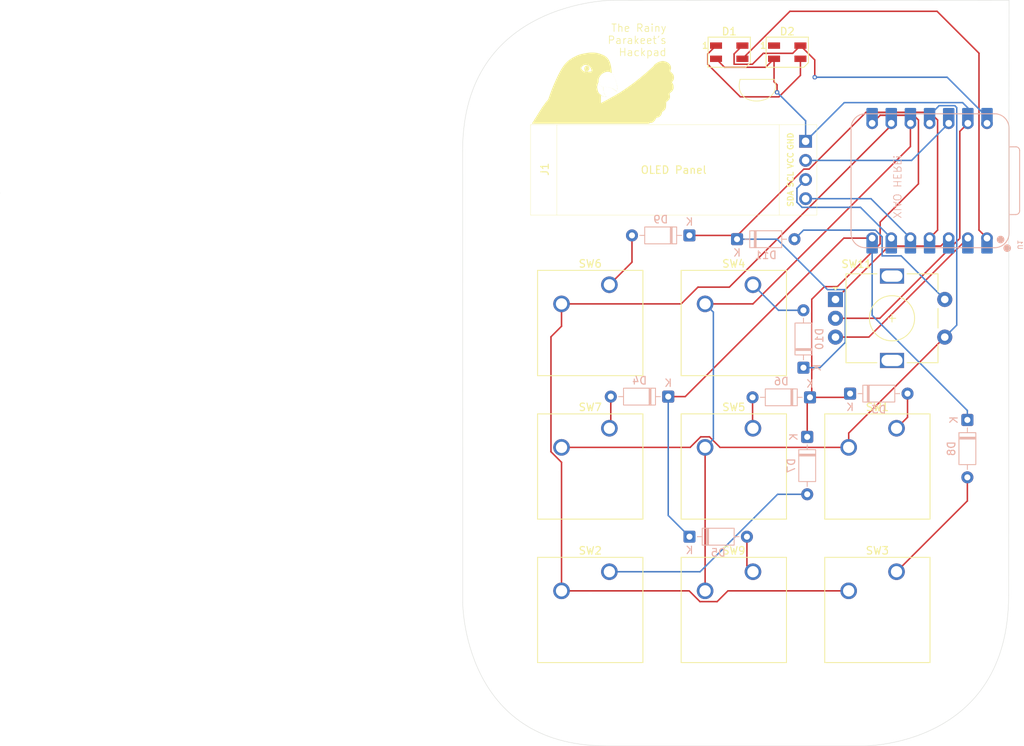
<source format=kicad_pcb>
(kicad_pcb (version 20241229) (generator "pcbnew") (generator_version "9.0")
  (layers (0 "F.Cu" signal) (2 "B.Cu" signal) (13 "F.Paste" user) (15 "B.Paste" user) (5 "F.SilkS" user "F.Silkscreen") (7 "B.SilkS" user "B.Silkscreen") (1 "F.Mask" user) (3 "B.Mask" user) (25 "Edge.Cuts" user))
  (net 0 "")
  (net 1 "Net-(D1-DOUT)")
  (net 2 "GND")
  (net 3 "Net-(D1-DIN)")
  (net 4 "+5V")
  (net 6 "Net-(D4-A)")
  (net 7 "R1")
  (net 8 "R2")
  (net 9 "Net-(D6-A)")
  (net 10 "Net-(D7-A)")
  (net 11 "Net-(D8-A)")
  (net 12 "R3")
  (net 13 "B1A")
  (net 14 "Net-(D10-A)")
  (net 15 "+3V3")
  (net 16 "B1B")
  (net 17 "C2")
  (net 18 "Net-(U1-GPIO27{slash}ADC1{slash}A1)")
  (net 19 "Net-(U1-GPIO28{slash}ADC2{slash}A2)")
  (net 20 "Net-(J1-Pin_3)")
  (net 21 "Net-(J1-Pin_4)")
  (net 22 "Net-(D3-A)")
  (net 23 "Net-(D5-A)")
  (net 24 "C3")
  (net 25 "Net-(D9-A)")
  (footprint "LOGO" (layer "F.Cu") (at 178.050823 71.569129)
    (property "Reference" "G***" (hide yes))
    (property "Value" "LOGO" (hide yes))
  )
  (footprint "Button_Switch_Keyboard:SW_Cherry_MX_1.00u_PCB" (layer "F.Cu") (at 178.7525 111.60125)
    (property "Reference" "SW7" (at -2.54 -2.794 0) (layer "F.SilkS"))
    (property "Value" "SW_Push")
    (pad "" np_thru_hole circle (at -7.62 5.08) (size 1.7 1.7) (drill 1.7) (layers "*.Cu" "*.Mask"))
    (pad "" np_thru_hole circle (at -2.54 5.08) (size 4 4) (drill 4) (layers "*.Cu" "*.Mask"))
    (pad "" np_thru_hole circle (at 2.54 5.08) (size 1.7 1.7) (drill 1.7) (layers "*.Cu" "*.Mask"))
    (pad "1" thru_hole circle (at 0 0) (size 2.2 2.2) (drill 1.5) (layers "*.Cu" "*.Mask") (net 6 "Net-(D4-A)"))
    (pad "2" thru_hole circle (at -6.35 2.54) (size 2.2 2.2) (drill 1.5) (layers "*.Cu" "*.Mask") (net 16 "B1B"))
  )
  (footprint "Button_Switch_Keyboard:SW_Cherry_MX_1.00u_PCB" (layer "F.Cu") (at 197.8 111.6)
    (property "Reference" "SW5" (at -2.54 -2.794 0) (layer "F.SilkS"))
    (property "Value" "SW_Push")
    (pad "" np_thru_hole circle (at -7.62 5.08) (size 1.7 1.7) (drill 1.7) (layers "*.Cu" "*.Mask"))
    (pad "" np_thru_hole circle (at -2.54 5.08) (size 4 4) (drill 4) (layers "*.Cu" "*.Mask"))
    (pad "" np_thru_hole circle (at 2.54 5.08) (size 1.7 1.7) (drill 1.7) (layers "*.Cu" "*.Mask"))
    (pad "1" thru_hole circle (at 0 0) (size 2.2 2.2) (drill 1.5) (layers "*.Cu" "*.Mask") (net 9 "Net-(D6-A)"))
    (pad "2" thru_hole circle (at -6.35 2.54) (size 2.2 2.2) (drill 1.5) (layers "*.Cu" "*.Mask") (net 17 "C2"))
  )
  (footprint "Button_Switch_Keyboard:SW_Cherry_MX_1.00u_PCB" (layer "F.Cu") (at 216.8525 111.60125)
    (property "Reference" "SW1" (at -2.54 -2.794 0) (layer "F.SilkS"))
    (property "Value" "SW_Push")
    (pad "" np_thru_hole circle (at -7.62 5.08) (size 1.7 1.7) (drill 1.7) (layers "*.Cu" "*.Mask"))
    (pad "" np_thru_hole circle (at -2.54 5.08) (size 4 4) (drill 4) (layers "*.Cu" "*.Mask"))
    (pad "" np_thru_hole circle (at 2.54 5.08) (size 1.7 1.7) (drill 1.7) (layers "*.Cu" "*.Mask"))
    (pad "1" thru_hole circle (at 0 0) (size 2.2 2.2) (drill 1.5) (layers "*.Cu" "*.Mask") (net 22 "Net-(D3-A)"))
    (pad "2" thru_hole circle (at -6.35 2.54) (size 2.2 2.2) (drill 1.5) (layers "*.Cu" "*.Mask") (net 16 "B1B"))
  )
  (footprint "LED_SMD:LED_SK6812MINI_PLCC4_3.5x3.5mm_P1.75mm" (layer "F.Cu") (at 194.65 61.675)
    (property "Reference" "D1" (at 0 -2.75 0) (layer "F.SilkS"))
    (property "Value" "SK6812MINI")
    (fp_text user "1" (at -3.2 -0.875 0) (layer "F.SilkS") (effects (font (size 0.8 0.8))))
    (pad "1" smd rect (at -1.75 -0.875) (size 1.6 0.85) (layers "F.Cu" "F.Mask" "F.Paste") (net 1 "Net-(D1-DOUT)"))
    (pad "2" smd rect (at -1.75 0.875) (size 1.6 0.85) (layers "F.Cu" "F.Mask" "F.Paste") (net 2 "GND"))
    (pad "3" smd rect (at 1.75 0.875) (size 1.6 0.85) (layers "F.Cu" "F.Mask" "F.Paste") (net 3 "Net-(D1-DIN)"))
    (pad "4" smd rect (at 1.75 -0.875) (size 1.6 0.85) (layers "F.Cu" "F.Mask" "F.Paste") (net 4 "+5V"))
  )
  (footprint "Button_Switch_Keyboard:SW_Cherry_MX_1.00u_PCB" (layer "F.Cu") (at 216.85 130.65)
    (property "Reference" "SW3" (at -2.54 -2.794 0) (layer "F.SilkS"))
    (property "Value" "SW_Push")
    (pad "" np_thru_hole circle (at -7.62 5.08) (size 1.7 1.7) (drill 1.7) (layers "*.Cu" "*.Mask"))
    (pad "" np_thru_hole circle (at -2.54 5.08) (size 4 4) (drill 4) (layers "*.Cu" "*.Mask"))
    (pad "" np_thru_hole circle (at 2.54 5.08) (size 1.7 1.7) (drill 1.7) (layers "*.Cu" "*.Mask"))
    (pad "1" thru_hole circle (at 0 0) (size 2.2 2.2) (drill 1.5) (layers "*.Cu" "*.Mask") (net 11 "Net-(D8-A)"))
    (pad "2" thru_hole circle (at -6.35 2.54) (size 2.2 2.2) (drill 1.5) (layers "*.Cu" "*.Mask") (net 24 "C3"))
  )
  (footprint "Button_Switch_Keyboard:SW_Cherry_MX_1.00u_PCB" (layer "F.Cu") (at 178.7525 130.65125)
    (property "Reference" "SW2" (at -2.54 -2.794 0) (layer "F.SilkS"))
    (property "Value" "SW_Push")
    (pad "" np_thru_hole circle (at -7.62 5.08) (size 1.7 1.7) (drill 1.7) (layers "*.Cu" "*.Mask"))
    (pad "" np_thru_hole circle (at -2.54 5.08) (size 4 4) (drill 4) (layers "*.Cu" "*.Mask"))
    (pad "" np_thru_hole circle (at 2.54 5.08) (size 1.7 1.7) (drill 1.7) (layers "*.Cu" "*.Mask"))
    (pad "1" thru_hole circle (at 0 0) (size 2.2 2.2) (drill 1.5) (layers "*.Cu" "*.Mask") (net 10 "Net-(D7-A)"))
    (pad "2" thru_hole circle (at -6.35 2.54) (size 2.2 2.2) (drill 1.5) (layers "*.Cu" "*.Mask") (net 24 "C3"))
  )
  (footprint "Button_Switch_Keyboard:SW_Cherry_MX_1.00u_PCB" (layer "F.Cu") (at 197.8025 130.65125)
    (property "Reference" "SW9" (at -2.54 -2.794 0) (layer "F.SilkS"))
    (property "Value" "SW_Push")
    (pad "" np_thru_hole circle (at -7.62 5.08) (size 1.7 1.7) (drill 1.7) (layers "*.Cu" "*.Mask"))
    (pad "" np_thru_hole circle (at -2.54 5.08) (size 4 4) (drill 4) (layers "*.Cu" "*.Mask"))
    (pad "" np_thru_hole circle (at 2.54 5.08) (size 1.7 1.7) (drill 1.7) (layers "*.Cu" "*.Mask"))
    (pad "1" thru_hole circle (at 0 0) (size 2.2 2.2) (drill 1.5) (layers "*.Cu" "*.Mask") (net 23 "Net-(D5-A)"))
    (pad "2" thru_hole circle (at -6.35 2.54) (size 2.2 2.2) (drill 1.5) (layers "*.Cu" "*.Mask") (net 17 "C2"))
  )
  (footprint "Rotary_Encoder:RotaryEncoder_Alps_EC11E-Switch_Vertical_H20mm" (layer "F.Cu") (at 208.75 94.5)
    (property "Reference" "SW11" (at 2.8 -4.7 0) (layer "F.SilkS"))
    (property "Value" "RotaryEncoder_Switch")
    (pad "A" thru_hole rect (at 0 0) (size 2 2) (drill 1) (layers "*.Cu" "*.Mask") (net 19 "Net-(U1-GPIO28{slash}ADC2{slash}A2)"))
    (pad "B" thru_hole circle (at 0 5) (size 2 2) (drill 1) (layers "*.Cu" "*.Mask") (net 18 "Net-(U1-GPIO27{slash}ADC1{slash}A1)"))
    (pad "C" thru_hole circle (at 0 2.5) (size 2 2) (drill 1) (layers "*.Cu" "*.Mask") (net 2 "GND"))
    (pad "MP" thru_hole rect (at 7.5 -3.1) (size 3.2 2) (drill oval 2.8 1.5) (layers "*.Cu" "*.Mask"))
    (pad "MP" thru_hole rect (at 7.5 8.1) (size 3.2 2) (drill oval 2.8 1.5) (layers "*.Cu" "*.Mask"))
    (pad "S1" thru_hole circle (at 14.5 5) (size 2 2) (drill 1) (layers "*.Cu" "*.Mask") (net 16 "B1B"))
    (pad "S2" thru_hole circle (at 14.5 0) (size 2 2) (drill 1) (layers "*.Cu" "*.Mask") (net 13 "B1A"))
  )
  (footprint "Display:SSD1306-0.91-OLED-4pin-128x32" (layer "F.Cu") (at 168.2875 71.31125)
    (property "Reference" "J1" (at 1.9 5.91 90) (layer "F.SilkS"))
    (property "Value" "Conn_01x04" (hide yes))
    (fp_text user "SCL" (at 34.5 7.27 270) (layer "F.SilkS") (effects (font (size 0.75 0.75))))
    (fp_text user "GND" (at 34.5 2.19 270) (layer "F.SilkS") (effects (font (size 0.75 0.75))))
    (fp_text user "VCC" (at 34.5 4.73 270) (layer "F.SilkS") (effects (font (size 0.75 0.75))))
    (fp_text user "OLED Panel" (at 19 6 0) (layer "F.SilkS"))
    (fp_text user "SDA" (at 34.5 9.81 270) (layer "F.SilkS") (effects (font (size 0.75 0.75))))
    (pad "1" thru_hole rect (at 36.5 2.19) (size 1.7 1.7) (drill 1) (layers "*.Cu" "*.Mask") (net 2 "GND"))
    (pad "2" thru_hole oval (at 36.5 4.73) (size 1.7 1.7) (drill 1) (layers "*.Cu" "*.Mask") (net 15 "+3V3"))
    (pad "3" thru_hole oval (at 36.5 7.27) (size 1.7 1.7) (drill 1) (layers "*.Cu" "*.Mask") (net 20 "Net-(J1-Pin_3)"))
    (pad "4" thru_hole oval (at 36.5 9.81) (size 1.7 1.7) (drill 1) (layers "*.Cu" "*.Mask") (net 21 "Net-(J1-Pin_4)"))
  )
  (footprint "Button_Switch_Keyboard:SW_Cherry_MX_1.00u_PCB" (layer "F.Cu") (at 178.7525 92.55125)
    (property "Reference" "SW6" (at -2.54 -2.794 0) (layer "F.SilkS"))
    (property "Value" "SW_Push")
    (pad "" np_thru_hole circle (at -7.62 5.08) (size 1.7 1.7) (drill 1.7) (layers "*.Cu" "*.Mask"))
    (pad "" np_thru_hole circle (at -2.54 5.08) (size 4 4) (drill 4) (layers "*.Cu" "*.Mask"))
    (pad "" np_thru_hole circle (at 2.54 5.08) (size 1.7 1.7) (drill 1.7) (layers "*.Cu" "*.Mask"))
    (pad "1" thru_hole circle (at 0 0) (size 2.2 2.2) (drill 1.5) (layers "*.Cu" "*.Mask") (net 25 "Net-(D9-A)"))
    (pad "2" thru_hole circle (at -6.35 2.54) (size 2.2 2.2) (drill 1.5) (layers "*.Cu" "*.Mask") (net 24 "C3"))
  )
  (footprint "Button_Switch_Keyboard:SW_Cherry_MX_1.00u_PCB" (layer "F.Cu") (at 197.8 92.55)
    (property "Reference" "SW4" (at -2.54 -2.794 0) (layer "F.SilkS"))
    (property "Value" "SW_Push")
    (pad "" np_thru_hole circle (at -7.62 5.08) (size 1.7 1.7) (drill 1.7) (layers "*.Cu" "*.Mask"))
    (pad "" np_thru_hole circle (at -2.54 5.08) (size 4 4) (drill 4) (layers "*.Cu" "*.Mask"))
    (pad "" np_thru_hole circle (at 2.54 5.08) (size 1.7 1.7) (drill 1.7) (layers "*.Cu" "*.Mask"))
    (pad "1" thru_hole circle (at 0 0) (size 2.2 2.2) (drill 1.5) (layers "*.Cu" "*.Mask") (net 14 "Net-(D10-A)"))
    (pad "2" thru_hole circle (at -6.35 2.54) (size 2.2 2.2) (drill 1.5) (layers "*.Cu" "*.Mask") (net 17 "C2"))
  )
  (footprint "LED_SMD:LED_SK6812MINI_PLCC4_3.5x3.5mm_P1.75mm" (layer "F.Cu") (at 202.35 61.675)
    (property "Reference" "D2" (at 0 -2.75 0) (layer "F.SilkS"))
    (property "Value" "SK6812MINI")
    (fp_text user "1" (at -3.2 -0.875 0) (layer "F.SilkS") (effects (font (size 0.8 0.8))))
    (pad "1" smd rect (at -1.75 -0.875) (size 1.6 0.85) (layers "F.Cu" "F.Mask" "F.Paste"))
    (pad "2" smd rect (at -1.75 0.875) (size 1.6 0.85) (layers "F.Cu" "F.Mask" "F.Paste") (net 2 "GND"))
    (pad "3" smd rect (at 1.75 0.875) (size 1.6 0.85) (layers "F.Cu" "F.Mask" "F.Paste") (net 1 "Net-(D1-DOUT)"))
    (pad "4" smd rect (at 1.75 -0.875) (size 1.6 0.85) (layers "F.Cu" "F.Mask" "F.Paste") (net 4 "+5V"))
  )
  (footprint "Diode_THT:D_DO-35_SOD27_P7.62mm_Horizontal" (layer "B.Cu") (at 226.25 110.5 -90)
    (property "Reference" "D8" (at 3.81 2.12 90) (layer "B.SilkS") (effects (justify mirror)))
    (property "Value" "1N4148")
    (fp_text user "K" (at 0 1.8 90) (layer "B.SilkS") (effects (justify mirror)))
    (pad "1" thru_hole roundrect (at 0 0 270) (size 1.6 1.6) (drill 0.8) (layers "*.Cu" "*.Mask") (roundrect_rratio 0.15625) (net 8 "R2"))
    (pad "2" thru_hole circle (at 7.62 0 270) (size 1.6 1.6) (drill 0.8) (layers "*.Cu" "*.Mask") (net 11 "Net-(D8-A)"))
  )
  (footprint "Module:XIAO-RP2040-DIP" (layer "B.Cu") (at 221.234 78.74 90)
    (property "Reference" "U1" (at -8.5 12 270) (layer "B.SilkS") (effects (font (size 0.635 0.635) (thickness 0.1016)) (justify mirror)))
    (property "Value" "XIAO-RP2040-DIP")
    (pad "1" smd roundrect (at -8.455 7.62 270) (size 2.432 1.524) (layers "B.Cu" "B.Mask") (roundrect_rratio 0.1) (net 3 "Net-(D1-DIN)"))
    (pad "1" thru_hole circle (at -7.62 7.62 270) (size 1.524 1.524) (drill 0.889) (layers "*.Cu" "*.Mask") (net 3 "Net-(D1-DIN)"))
    (pad "2" smd roundrect (at -8.455 5.08 270) (size 2.432 1.524) (layers "B.Cu" "B.Mask") (roundrect_rratio 0.1) (net 18 "Net-(U1-GPIO27{slash}ADC1{slash}A1)"))
    (pad "2" thru_hole circle (at -7.62 5.08 270) (size 1.524 1.524) (drill 0.889) (layers "*.Cu" "*.Mask") (net 18 "Net-(U1-GPIO27{slash}ADC1{slash}A1)"))
    (pad "3" smd roundrect (at -8.455 2.54 270) (size 2.432 1.524) (layers "B.Cu" "B.Mask") (roundrect_rratio 0.1) (net 19 "Net-(U1-GPIO28{slash}ADC2{slash}A2)"))
    (pad "3" thru_hole circle (at -7.62 2.54 270) (size 1.524 1.524) (drill 0.889) (layers "*.Cu" "*.Mask") (net 19 "Net-(U1-GPIO28{slash}ADC2{slash}A2)"))
    (pad "4" smd roundrect (at -8.455 0 270) (size 2.432 1.524) (layers "B.Cu" "B.Mask") (roundrect_rratio 0.1) (net 12 "R3"))
    (pad "4" thru_hole circle (at -7.62 0 270) (size 1.524 1.524) (drill 0.889) (layers "*.Cu" "*.Mask") (net 12 "R3"))
    (pad "5" smd roundrect (at -8.455 -2.54 270) (size 2.432 1.524) (layers "B.Cu" "B.Mask") (roundrect_rratio 0.1) (net 21 "Net-(J1-Pin_4)"))
    (pad "5" thru_hole circle (at -7.62 -2.54 270) (size 1.524 1.524) (drill 0.889) (layers "*.Cu" "*.Mask") (net 21 "Net-(J1-Pin_4)"))
    (pad "6" smd roundrect (at -8.455 -5.08 270) (size 2.432 1.524) (layers "B.Cu" "B.Mask") (roundrect_rratio 0.1) (net 20 "Net-(J1-Pin_3)"))
    (pad "6" thru_hole circle (at -7.62 -5.08 270) (size 1.524 1.524) (drill 0.889) (layers "*.Cu" "*.Mask") (net 20 "Net-(J1-Pin_3)"))
    (pad "7" smd roundrect (at -8.455 -7.62 270) (size 2.432 1.524) (layers "B.Cu" "B.Mask") (roundrect_rratio 0.1) (net 8 "R2"))
    (pad "7" thru_hole circle (at -7.62 -7.62 270) (size 1.524 1.524) (drill 0.889) (layers "*.Cu" "*.Mask") (net 8 "R2"))
    (pad "8" thru_hole circle (at 7.62 -7.62 90) (size 1.524 1.524) (drill 0.889) (layers "*.Cu" "*.Mask") (net 7 "R1"))
    (pad "8" smd roundrect (at 8.455 -7.62 90) (size 2.432 1.524) (layers "B.Cu" "B.Mask") (roundrect_rratio 0.1) (net 7 "R1"))
    (pad "9" thru_hole circle (at 7.62 -5.08 90) (size 1.524 1.524) (drill 0.889) (layers "*.Cu" "*.Mask") (net 24 "C3"))
    (pad "9" smd roundrect (at 8.455 -5.08 90) (size 2.432 1.524) (layers "B.Cu" "B.Mask") (roundrect_rratio 0.1) (net 24 "C3"))
    (pad "10" thru_hole circle (at 7.62 -2.54 90) (size 1.524 1.524) (drill 0.889) (layers "*.Cu" "*.Mask") (net 17 "C2"))
    (pad "10" smd roundrect (at 8.455 -2.54 90) (size 2.432 1.524) (layers "B.Cu" "B.Mask") (roundrect_rratio 0.1) (net 17 "C2"))
    (pad "11" thru_hole circle (at 7.62 0 90) (size 1.524 1.524) (drill 0.889) (layers "*.Cu" "*.Mask") (net 16 "B1B"))
    (pad "11" smd roundrect (at 8.455 0 90) (size 2.432 1.524) (layers "B.Cu" "B.Mask") (roundrect_rratio 0.1) (net 16 "B1B"))
    (pad "12" thru_hole circle (at 7.62 2.54 90) (size 1.524 1.524) (drill 0.889) (layers "*.Cu" "*.Mask") (net 15 "+3V3"))
    (pad "12" smd roundrect (at 8.455 2.54 90) (size 2.432 1.524) (layers "B.Cu" "B.Mask") (roundrect_rratio 0.1) (net 15 "+3V3"))
    (pad "13" thru_hole circle (at 7.62 5.08 90) (size 1.524 1.524) (drill 0.889) (layers "*.Cu" "*.Mask") (net 2 "GND"))
    (pad "13" smd roundrect (at 8.455 5.08 90) (size 2.432 1.524) (layers "B.Cu" "B.Mask") (roundrect_rratio 0.1) (net 2 "GND"))
    (pad "14" thru_hole circle (at 7.62 7.62 90) (size 1.524 1.524) (drill 0.889) (layers "*.Cu" "*.Mask") (net 4 "+5V"))
    (pad "14" smd roundrect (at 8.455 7.62 90) (size 2.432 1.524) (layers "B.Cu" "B.Mask") (roundrect_rratio 0.1) (net 4 "+5V"))
  )
  (footprint "Diode_THT:D_DO-35_SOD27_P7.62mm_Horizontal" (layer "B.Cu") (at 189.37 86 180)
    (property "Reference" "D9" (at 3.81 2.12 0) (layer "B.SilkS") (effects (justify mirror)))
    (property "Value" "1N4148")
    (fp_text user "K" (at 0 1.8 0) (layer "B.SilkS") (effects (justify mirror)))
    (pad "1" thru_hole roundrect (at 0 0 180) (size 1.6 1.6) (drill 0.8) (layers "*.Cu" "*.Mask") (roundrect_rratio 0.15625) (net 12 "R3"))
    (pad "2" thru_hole circle (at 7.62 0 180) (size 1.6 1.6) (drill 0.8) (layers "*.Cu" "*.Mask") (net 25 "Net-(D9-A)"))
  )
  (footprint "Diode_THT:D_DO-35_SOD27_P7.62mm_Horizontal" (layer "B.Cu") (at 186.56 107.4 180)
    (property "Reference" "D4" (at 3.81 2.12 0) (layer "B.SilkS") (effects (justify mirror)))
    (property "Value" "1N4148")
    (fp_text user "K" (at 0 1.8 0) (layer "B.SilkS") (effects (justify mirror)))
    (pad "1" thru_hole roundrect (at 0 0 180) (size 1.6 1.6) (drill 0.8) (layers "*.Cu" "*.Mask") (roundrect_rratio 0.15625) (net 8 "R2"))
    (pad "2" thru_hole circle (at 7.62 0 180) (size 1.6 1.6) (drill 0.8) (layers "*.Cu" "*.Mask") (net 6 "Net-(D4-A)"))
  )
  (footprint "Diode_THT:D_DO-35_SOD27_P7.62mm_Horizontal" (layer "B.Cu") (at 189.38 126)
    (property "Reference" "D5" (at 3.81 2.12 0) (layer "B.SilkS") (effects (justify mirror)))
    (property "Value" "1N4148")
    (fp_text user "K" (at 0 1.8 0) (layer "B.SilkS") (effects (justify mirror)))
    (pad "1" thru_hole roundrect (at 0 0) (size 1.6 1.6) (drill 0.8) (layers "*.Cu" "*.Mask") (roundrect_rratio 0.15625) (net 8 "R2"))
    (pad "2" thru_hole circle (at 7.62 0) (size 1.6 1.6) (drill 0.8) (layers "*.Cu" "*.Mask") (net 23 "Net-(D5-A)"))
  )
  (footprint "Diode_THT:D_DO-35_SOD27_P7.62mm_Horizontal" (layer "B.Cu") (at 210.69 107)
    (property "Reference" "D3" (at 3.81 2.12 0) (layer "B.SilkS") (effects (justify mirror)))
    (property "Value" "1N4148")
    (fp_text user "K" (at 0 1.8 0) (layer "B.SilkS") (effects (justify mirror)))
    (pad "1" thru_hole roundrect (at 0 0) (size 1.6 1.6) (drill 0.8) (layers "*.Cu" "*.Mask") (roundrect_rratio 0.15625) (net 7 "R1"))
    (pad "2" thru_hole circle (at 7.62 0) (size 1.6 1.6) (drill 0.8) (layers "*.Cu" "*.Mask") (net 22 "Net-(D3-A)"))
  )
  (footprint "Diode_THT:D_DO-35_SOD27_P7.62mm_Horizontal" (layer "B.Cu") (at 205 112.75 -90)
    (property "Reference" "D7" (at 3.81 2.12 90) (layer "B.SilkS") (effects (justify mirror)))
    (property "Value" "1N4148")
    (fp_text user "K" (at 0 1.8 90) (layer "B.SilkS") (effects (justify mirror)))
    (pad "1" thru_hole roundrect (at 0 0 270) (size 1.6 1.6) (drill 0.8) (layers "*.Cu" "*.Mask") (roundrect_rratio 0.15625) (net 7 "R1"))
    (pad "2" thru_hole circle (at 7.62 0 270) (size 1.6 1.6) (drill 0.8) (layers "*.Cu" "*.Mask") (net 10 "Net-(D7-A)"))
  )
  (footprint "Diode_THT:D_DO-35_SOD27_P7.62mm_Horizontal" (layer "B.Cu") (at 204.5 103.56 90)
    (property "Reference" "D10" (at 3.81 2.12 90) (layer "B.SilkS") (effects (justify mirror)))
    (property "Value" "1N4148")
    (fp_text user "K" (at 0 1.8 90) (layer "B.SilkS") (effects (justify mirror)))
    (pad "1" thru_hole roundrect (at 0 0 90) (size 1.6 1.6) (drill 0.8) (layers "*.Cu" "*.Mask") (roundrect_rratio 0.15625) (net 12 "R3"))
    (pad "2" thru_hole circle (at 7.62 0 90) (size 1.6 1.6) (drill 0.8) (layers "*.Cu" "*.Mask") (net 14 "Net-(D10-A)"))
  )
  (footprint "Diode_THT:D_DO-35_SOD27_P7.62mm_Horizontal" (layer "B.Cu") (at 205.37 107.5 180)
    (property "Reference" "D6" (at 3.81 2.12 0) (layer "B.SilkS") (effects (justify mirror)))
    (property "Value" "1N4148")
    (fp_text user "K" (at 0 1.8 0) (layer "B.SilkS") (effects (justify mirror)))
    (pad "1" thru_hole roundrect (at 0 0 180) (size 1.6 1.6) (drill 0.8) (layers "*.Cu" "*.Mask") (roundrect_rratio 0.15625) (net 7 "R1"))
    (pad "2" thru_hole circle (at 7.62 0 180) (size 1.6 1.6) (drill 0.8) (layers "*.Cu" "*.Mask") (net 9 "Net-(D6-A)"))
  )
  (footprint "Diode_THT:D_DO-35_SOD27_P7.62mm_Horizontal" (layer "B.Cu") (at 195.69 86.5)
    (property "Reference" "D11" (at 3.81 2.12 0) (layer "B.SilkS") (effects (justify mirror)))
    (property "Value" "1N4148")
    (fp_text user "K" (at 0 1.8 0) (layer "B.SilkS") (effects (justify mirror)))
    (pad "1" thru_hole roundrect (at 0 0) (size 1.6 1.6) (drill 0.8) (layers "*.Cu" "*.Mask") (roundrect_rratio 0.15625) (net 12 "R3"))
    (pad "2" thru_hole circle (at 7.62 0) (size 1.6 1.6) (drill 0.8) (layers "*.Cu" "*.Mask") (net 13 "B1A"))
  )
  (gr_curve (pts (xy 196.093094 65.27875) (xy 194.993094 69.41875) (xy 201.953094 68.80875) (xy 200.633094 65.27875)) (stroke (width 0.1)) (layer "F.SilkS"))
  (gr_line (start 196.093094 65.27875) (end 200.633094 65.27875) (stroke (width 0.1)) (layer "F.SilkS"))
  (gr_line (start 231.77938 54.798767) (end 179.278094 54.76875) (stroke (width 0.05)) (layer "Edge.Cuts"))
  (gr_curve (pts (xy 178.293094 153.76875) (xy 159.293094 153.76875) (xy 159.293094 134.76875) (xy 159.293094 134.76875)) (stroke (width 0.05)) (layer "Edge.Cuts"))
  (gr_curve (pts (xy 159.278094 74.76875) (xy 159.278094 54.76875) (xy 179.278094 54.76875) (xy 179.278094 54.76875)) (stroke (width 0.05)) (layer "Edge.Cuts"))
  (gr_line (start 159.278094 74.76875) (end 159.293094 134.76875) (stroke (width 0.05)) (layer "Edge.Cuts"))
  (gr_line (start 231.77938 54.799146) (end 231.724344 133.76875) (stroke (width 0.05)) (layer "Edge.Cuts"))
  (gr_curve (pts (xy 231.724344 133.76875) (xy 231.724344 153.76875) (xy 212.724344 153.76875) (xy 212.724344 153.76875)) (stroke (width 0.05)) (layer "Edge.Cuts"))
  (gr_curve (pts (xy 97.92375 80.36625) (xy 97.92375 80.36625) (xy 97.92375 80.36625) (xy 97.92375 80.36625)) (stroke (width 0.05)) (layer "Edge.Cuts"))
  (gr_line (start 178.293094 153.76875) (end 212.724344 153.76875) (stroke (width 0.05)) (layer "Edge.Cuts"))
  (gr_text "The Rainy\nParakeet's\nHackpad" (at 186.393094 62.26875 0) (layer "F.SilkS") (effects (font (size 1 1) (thickness 0.1)) (justify right bottom)))
  (gr_text "XIAO HERE!" (at 216.330594 83.83125 270) (layer "B.SilkS") (effects (font (size 1 1) (thickness 0.1)) (justify left bottom mirror)))
  (segment (start 201.248943 67.601) (end 204.1 64.749943) (width 0.2) (layer "F.Cu") (net 1))
  (segment (start 204.1 64.749943) (end 204.1 62.55) (width 0.2) (layer "F.Cu") (net 1))
  (segment (start 192.9 60.8) (end 191.799 61.901) (width 0.2) (layer "F.Cu") (net 1))
  (segment (start 191.799 61.901) (end 191.799 63.276) (width 0.2) (layer "F.Cu") (net 1))
  (segment (start 191.799 63.276) (end 196.124 67.601) (width 0.2) (layer "F.Cu") (net 1))
  (segment (start 196.124 67.601) (end 201.248943 67.601) (width 0.2) (layer "F.Cu") (net 1))
  (segment (start 199.473 63.677) (end 194.027 63.677) (width 0.2) (layer "F.Cu") (net 2))
  (segment (start 201 67) (end 201 66) (width 0.2) (layer "F.Cu") (net 2))
  (segment (start 200.6 62.55) (end 199.473 63.677) (width 0.2) (layer "F.Cu") (net 2))
  (segment (start 194.027 63.677) (end 192.9 62.55) (width 0.2) (layer "F.Cu") (net 2))
  (segment (start 225.251 72.183) (end 226.314 71.12) (width 0.2) (layer "F.Cu") (net 2))
  (segment (start 201 66) (end 200.6 65.6) (width 0.2) (layer "F.Cu") (net 2))
  (segment (start 200.6 65.6) (end 200.6 62.55) (width 0.2) (layer "F.Cu") (net 2))
  (segment (start 214.63731 97) (end 225.251 86.38631) (width 0.2) (layer "F.Cu") (net 2))
  (segment (start 225.251 86.38631) (end 225.251 72.183) (width 0.2) (layer "F.Cu") (net 2))
  (segment (start 208.75 97) (end 214.63731 97) (width 0.2) (layer "F.Cu") (net 2))
  (via (at 201 67) (size 0.6) (drill 0.3) (layers "F.Cu" "B.Cu") (net 2))
  (segment (start 226.314 69.069) (end 226.314 71.12) (width 0.2) (layer "B.Cu") (net 2))
  (segment (start 204.7875 73.50125) (end 204.7875 70.7875) (width 0.2) (layer "B.Cu") (net 2))
  (segment (start 204.7875 73.50125) (end 209.92175 68.367) (width 0.2) (layer "B.Cu") (net 2))
  (segment (start 225.612 68.367) (end 226.314 69.069) (width 0.2) (layer "B.Cu") (net 2))
  (segment (start 204.7875 70.7875) (end 201 67) (width 0.2) (layer "B.Cu") (net 2))
  (segment (start 209.92175 68.367) (end 225.612 68.367) (width 0.2) (layer "B.Cu") (net 2))
  (segment (start 202.704 56.246) (end 222.23126 56.246) (width 0.2) (layer "F.Cu") (net 3))
  (segment (start 227.791 61.80574) (end 227.791 85.297) (width 0.2) (layer "F.Cu") (net 3))
  (segment (start 196.4 62.55) (end 202.704 56.246) (width 0.2) (layer "F.Cu") (net 3))
  (segment (start 222.23126 56.246) (end 227.791 61.80574) (width 0.2) (layer "F.Cu") (net 3))
  (segment (start 227.791 85.297) (end 228.854 86.36) (width 0.2) (layer "F.Cu") (net 3))
  (segment (start 195.299 61.901) (end 195.299 63.276) (width 0.2) (layer "F.Cu") (net 4))
  (segment (start 196.4 60.8) (end 195.299 61.901) (width 0.2) (layer "F.Cu") (net 4))
  (segment (start 206 62.7) (end 206 65) (width 0.2) (layer "F.Cu") (net 4))
  (segment (start 199.176 61.824) (end 203.076 61.824) (width 0.2) (layer "F.Cu") (net 4))
  (segment (start 203.076 61.824) (end 204.1 60.8) (width 0.2) (layer "F.Cu") (net 4))
  (segment (start 195.299 63.276) (end 197.724 63.276) (width 0.2) (layer "F.Cu") (net 4))
  (segment (start 197.724 63.276) (end 199.176 61.824) (width 0.2) (layer "F.Cu") (net 4))
  (segment (start 204.1 60.8) (end 206 62.7) (width 0.2) (layer "F.Cu") (net 4))
  (via (at 206 65) (size 0.6) (drill 0.3) (layers "F.Cu" "B.Cu") (net 4))
  (segment (start 206 65) (end 223.569 65) (width 0.2) (layer "B.Cu") (net 4))
  (segment (start 223.569 65) (end 228.854 70.285) (width 0.2) (layer "B.Cu") (net 4))
  (segment (start 178.94 111.41375) (end 178.7525 111.60125) (width 0.2) (layer "F.Cu") (net 6))
  (segment (start 178.94 107.4) (end 178.94 111.41375) (width 0.2) (layer "F.Cu") (net 6))
  (segment (start 214.677 70.057) (end 219.13431 70.057) (width 0.2) (layer "F.Cu") (net 7))
  (segment (start 209 92.798) (end 207.2829 92.798) (width 0.2) (layer "F.Cu") (net 7))
  (segment (start 210.19 107.5) (end 210.69 107) (width 0.2) (layer "F.Cu") (net 7))
  (segment (start 214.677 87.121) (end 209 92.798) (width 0.2) (layer "F.Cu") (net 7))
  (segment (start 219.757 79.154) (end 214.677 84.234) (width 0.2) (layer "F.Cu") (net 7))
  (segment (start 207.2829 92.798) (end 205.601 94.4799) (width 0.2) (layer "F.Cu") (net 7))
  (segment (start 205 112.75) (end 205 107.87) (width 0.2) (layer "F.Cu") (net 7))
  (segment (start 205.601 94.4799) (end 205.601 107.269) (width 0.2) (layer "F.Cu") (net 7))
  (segment (start 205.601 107.269) (end 205.37 107.5) (width 0.2) (layer "F.Cu") (net 7))
  (segment (start 219.757 70.67969) (end 219.757 79.154) (width 0.2) (layer "F.Cu") (net 7))
  (segment (start 214.677 84.234) (end 214.677 87.121) (width 0.2) (layer "F.Cu") (net 7))
  (segment (start 205 107.87) (end 205.37 107.5) (width 0.2) (layer "F.Cu") (net 7))
  (segment (start 205.37 107.5) (end 210.19 107.5) (width 0.2) (layer "F.Cu") (net 7))
  (segment (start 219.13431 70.057) (end 219.757 70.67969) (width 0.2) (layer "F.Cu") (net 7))
  (segment (start 213.614 71.12) (end 214.677 70.057) (width 0.2) (layer "F.Cu") (net 7))
  (segment (start 209.854816 86.36) (end 188.814816 107.4) (width 0.2) (layer "F.Cu") (net 8))
  (segment (start 213.614 86.36) (end 209.854816 86.36) (width 0.2) (layer "F.Cu") (net 8))
  (segment (start 188.814816 107.4) (end 186.56 107.4) (width 0.2) (layer "F.Cu") (net 8))
  (segment (start 213.614 96.612) (end 226.25 109.248) (width 0.2) (layer "B.Cu") (net 8))
  (segment (start 186.56 107.4) (end 186.56 123.18) (width 0.2) (layer "B.Cu") (net 8))
  (segment (start 186.56 123.18) (end 189.38 126) (width 0.2) (layer "B.Cu") (net 8))
  (segment (start 213.614 86.36) (end 213.614 96.612) (width 0.2) (layer "B.Cu") (net 8))
  (segment (start 226.25 109.248) (end 226.25 110.5) (width 0.2) (layer "B.Cu") (net 8))
  (segment (start 197.75 111.55) (end 197.8 111.6) (width 0.2) (layer "F.Cu") (net 9))
  (segment (start 197.75 107.5) (end 197.75 111.55) (width 0.2) (layer "F.Cu") (net 9))
  (segment (start 201.07295 120.37) (end 205 120.37) (width 0.2) (layer "B.Cu") (net 10))
  (segment (start 190.7917 130.65125) (end 201.07295 120.37) (width 0.2) (layer "B.Cu") (net 10))
  (segment (start 178.7525 130.65125) (end 190.7917 130.65125) (width 0.2) (layer "B.Cu") (net 10))
  (segment (start 226.25 121.25) (end 226.25 118.12) (width 0.2) (layer "F.Cu") (net 11))
  (segment (start 216.85 130.65) (end 226.25 121.25) (width 0.2) (layer "F.Cu") (net 11))
  (segment (start 205.26426 77.19225) (end 204.54874 77.19225) (width 0.2) (layer "F.Cu") (net 12))
  (segment (start 222.297 70.67969) (end 221.27331 69.656) (width 0.2) (layer "F.Cu") (net 12))
  (segment (start 204.54874 77.19225) (end 195.69 86.05099) (width 0.2) (layer "F.Cu") (net 12))
  (segment (start 222.297 85.297) (end 222.297 70.67969) (width 0.2) (layer "F.Cu") (net 12))
  (segment (start 221.234 86.36) (end 222.297 85.297) (width 0.2) (layer "F.Cu") (net 12))
  (segment (start 212.80051 69.656) (end 205.26426 77.19225) (width 0.2) (layer "F.Cu") (net 12))
  (segment (start 221.27331 69.656) (end 212.80051 69.656) (width 0.2) (layer "F.Cu") (net 12))
  (segment (start 195.19 86) (end 195.69 86.5) (width 0.2) (layer "F.Cu") (net 12))
  (segment (start 195.69 86.05099) (end 195.69 86.5) (width 0.2) (layer "F.Cu") (net 12))
  (segment (start 189.37 86) (end 195.19 86) (width 0.2) (layer "F.Cu") (net 12))
  (segment (start 201 86.5) (end 207.699 93.199) (width 0.2) (layer "B.Cu") (net 12))
  (segment (start 207.699 93.199) (end 210.051 93.199) (width 0.2) (layer "B.Cu") (net 12))
  (segment (start 206.69 103.56) (end 204.5 103.56) (width 0.2) (layer "B.Cu") (net 12))
  (segment (start 195.69 86.5) (end 201 86.5) (width 0.2) (layer "B.Cu") (net 12))
  (segment (start 210.051 93.199) (end 210.051 100.199) (width 0.2) (layer "B.Cu") (net 12))
  (segment (start 210.051 100.199) (end 206.69 103.56) (width 0.2) (layer "B.Cu") (net 12))
  (segment (start 214.05431 85.297) (end 204.513 85.297) (width 0.2) (layer "B.Cu") (net 13))
  (segment (start 214.938374 86.181064) (end 214.05431 85.297) (width 0.2) (layer "B.Cu") (net 13))
  (segment (start 204.513 85.297) (end 203.31 86.5) (width 0.2) (layer "B.Cu") (net 13))
  (segment (start 217.462 88.712) (end 214.938374 88.712) (width 0.2) (layer "B.Cu") (net 13))
  (segment (start 223.25 94.5) (end 217.462 88.712) (width 0.2) (layer "B.Cu") (net 13))
  (segment (start 214.938374 88.712) (end 214.938374 86.181064) (width 0.2) (layer "B.Cu") (net 13))
  (segment (start 204.5 95.94) (end 201.19 95.94) (width 0.2) (layer "B.Cu") (net 14))
  (segment (start 201.19 95.94) (end 197.8 92.55) (width 0.2) (layer "B.Cu") (net 14))
  (segment (start 218.85275 76.04125) (end 223.774 71.12) (width 0.2) (layer "B.Cu") (net 15))
  (segment (start 204.7875 76.04125) (end 218.85275 76.04125) (width 0.2) (layer "B.Cu") (net 15))
  (segment (start 192.030314 112.739) (end 193.432564 114.14125) (width 0.2) (layer "F.Cu") (net 16))
  (segment (start 193.432564 114.14125) (end 210.5025 114.14125) (width 0.2) (layer "F.Cu") (net 16))
  (segment (start 189.467436 114.14125) (end 190.869686 112.739) (width 0.2) (layer "F.Cu") (net 16))
  (segment (start 190.869686 112.739) (end 192.030314 112.739) (width 0.2) (layer "F.Cu") (net 16))
  (segment (start 210.5025 112.2475) (end 223.25 99.5) (width 0.2) (layer "F.Cu") (net 16))
  (segment (start 172.4025 114.14125) (end 189.467436 114.14125) (width 0.2) (layer "F.Cu") (net 16))
  (segment (start 210.5025 114.14125) (end 210.5025 112.2475) (width 0.2) (layer "F.Cu") (net 16))
  (segment (start 221.234 70.04237) (end 221.234 71.12) (width 0.2) (layer "B.Cu") (net 16))
  (segment (start 224.575626 68.768) (end 222.50837 68.768) (width 0.2) (layer "B.Cu") (net 16))
  (segment (start 224.837 69.029374) (end 224.575626 68.768) (width 0.2) (layer "B.Cu") (net 16))
  (segment (start 223.25 99.5) (end 224.837 97.913) (width 0.2) (layer "B.Cu") (net 16))
  (segment (start 224.837 97.913) (end 224.837 69.029374) (width 0.2) (layer "B.Cu") (net 16))
  (segment (start 222.50837 68.768) (end 221.234 70.04237) (width 0.2) (layer "B.Cu") (net 16))
  (segment (start 197.80375 95.09) (end 218.694 74.19975) (width 0.2) (layer "F.Cu") (net 17))
  (segment (start 191.4525 133.19125) (end 191.4525 114.1425) (width 0.2) (layer "F.Cu") (net 17))
  (segment (start 218.694 74.19975) (end 218.694 71.12) (width 0.2) (layer "F.Cu") (net 17))
  (segment (start 191.45 95.09) (end 197.80375 95.09) (width 0.2) (layer "F.Cu") (net 17))
  (segment (start 191.4525 114.1425) (end 191.45 114.14) (width 0.2) (layer "F.Cu") (net 17))
  (segment (start 192.549999 96.189999) (end 192.549999 113.040001) (width 0.2) (layer "B.Cu") (net 17))
  (segment (start 191.45 95.09) (end 192.549999 96.189999) (width 0.2) (layer "B.Cu") (net 17))
  (segment (start 192.549999 113.040001) (end 191.45 114.14) (width 0.2) (layer "B.Cu") (net 17))
  (segment (start 208.75 99.5) (end 213.174 99.5) (width 0.2) (layer "F.Cu") (net 18))
  (segment (start 213.174 99.5) (end 226.314 86.36) (width 0.2) (layer "F.Cu") (net 18))
  (segment (start 222.711 87.423) (end 223.774 86.36) (width 0.2) (layer "F.Cu") (net 19))
  (segment (start 215.827 87.423) (end 222.711 87.423) (width 0.2) (layer "F.Cu") (net 19))
  (segment (start 208.75 94.5) (end 215.827 87.423) (width 0.2) (layer "F.Cu") (net 19))
  (segment (start 204.31074 82.27225) (end 203.6365 81.59801) (width 0.2) (layer "B.Cu") (net 20))
  (segment (start 212.06625 82.27225) (end 204.31074 82.27225) (width 0.2) (layer "B.Cu") (net 20))
  (segment (start 216.154 86.36) (end 212.06625 82.27225) (width 0.2) (layer "B.Cu") (net 20))
  (segment (start 203.6365 81.59801) (end 203.6365 79.73225) (width 0.2) (layer "B.Cu") (net 20))
  (segment (start 203.6365 79.73225) (end 204.7875 78.58125) (width 0.2) (layer "B.Cu") (net 20))
  (segment (start 204.7875 81.12125) (end 213.45525 81.12125) (width 0.2) (layer "B.Cu") (net 21))
  (segment (start 213.45525 81.12125) (end 218.694 86.36) (width 0.2) (layer "B.Cu") (net 21))
  (segment (start 218.31 110.14375) (end 216.8525 111.60125) (width 0.2) (layer "F.Cu") (net 22))
  (segment (start 218.31 107) (end 218.31 110.14375) (width 0.2) (layer "F.Cu") (net 22))
  (segment (start 197 129.84875) (end 197.8025 130.65125) (width 0.2) (layer "F.Cu") (net 23))
  (segment (start 197 126) (end 197 129.84875) (width 0.2) (layer "F.Cu") (net 23))
  (segment (start 190.76972 134.62) (end 189.34097 133.19125) (width 0.2) (layer "F.Cu") (net 24))
  (segment (start 210.5 133.19) (end 194.478934 133.19) (width 0.2) (layer "F.Cu") (net 24))
  (segment (start 171.0015 99.46072) (end 172.4025 98.05972) (width 0.2) (layer "F.Cu") (net 24))
  (segment (start 194.478934 133.19) (end 193.048934 134.62) (width 0.2) (layer "F.Cu") (net 24))
  (segment (start 172.4025 116.122564) (end 171.0015 114.721564) (width 0.2) (layer "F.Cu") (net 24))
  (segment (start 172.4025 98.05972) (end 172.4025 95.09125) (width 0.2) (layer "F.Cu") (net 24))
  (segment (start 172.4025 95.09125) (end 188.2775 95.09125) (width 0.2) (layer "F.Cu") (net 24))
  (segment (start 171.0015 114.721564) (end 171.0015 99.46072) (width 0.2) (layer "F.Cu") (net 24))
  (segment (start 216.154 71.38251) (end 216.154 71.12) (width 0.2) (layer "F.Cu") (net 24))
  (segment (start 190.5 92.86875) (end 194.66776 92.86875) (width 0.2) (layer "F.Cu") (net 24))
  (segment (start 188.2775 95.09125) (end 190.5 92.86875) (width 0.2) (layer "F.Cu") (net 24))
  (segment (start 189.34097 133.19125) (end 172.4025 133.19125) (width 0.2) (layer "F.Cu") (net 24))
  (segment (start 172.4025 133.19125) (end 172.4025 116.122564) (width 0.2) (layer "F.Cu") (net 24))
  (segment (start 193.048934 134.62) (end 190.76972 134.62) (width 0.2) (layer "F.Cu") (net 24))
  (segment (start 194.66776 92.86875) (end 216.154 71.38251) (width 0.2) (layer "F.Cu") (net 24))
  (segment (start 181.75 86) (end 181.75 89.55375) (width 0.2) (layer "F.Cu") (net 25))
  (segment (start 181.75 89.55375) (end 178.7525 92.55125) (width 0.2) (layer "F.Cu") (net 25))
)
</source>
